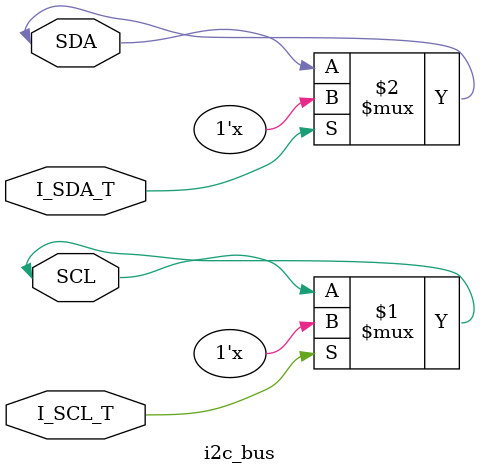
<source format=sv>

module i2c_bus(inout SDA,
               inout SCL,
					input I_SDA_T,
					input I_SCL_T);
  
  assign SCL = I_SCL_T ? 1'bz : SCL;
  assign SDA = I_SDA_T ? 1'bz : SDA;		
	
					
endmodule
					
</source>
